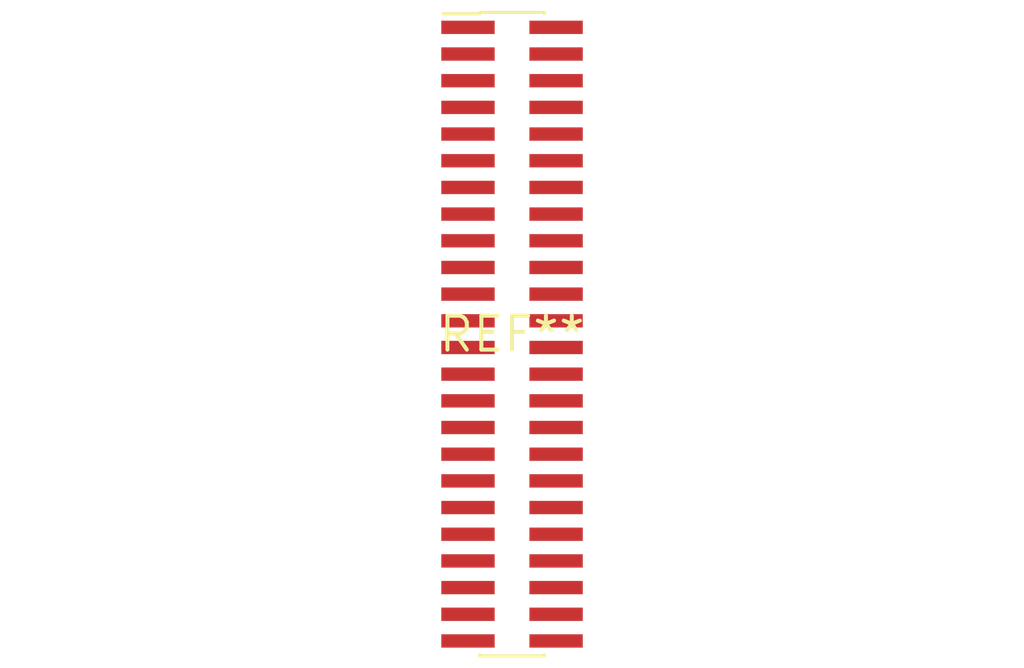
<source format=kicad_pcb>
(kicad_pcb (version 20240108) (generator pcbnew)
  (layers (0 "F.Cu" signal) (31 "B.Cu" signal) (34 "B.Paste" user) (35 "F.Paste" user) (36 "B.SilkS" user "B.Silkscreen") (37 "F.SilkS" user "F.Silkscreen") (38 "B.Mask" user) (39 "F.Mask" user) (44 "Edge.Cuts" user))
  (net 0 "")
  (footprint "PinHeader_2x24_P1.00mm_Vertical_SMD" (layer "F.Cu") (at 0 0)
    (property "Reference" "REF**")
    (property "Value" "PinHeader_2x24_P1.00mm_Vertical_SMD")
    (fp_line (start -2.59 -12.01) (end -1.21 -12.01) (layer "F.SilkS") (stroke (width 0.12)))
    (fp_line (start -1.21 -12.06) (end -1.21 -12.01) (layer "F.SilkS") (stroke (width 0.12)))
    (fp_line (start -1.21 -12.06) (end 1.21 -12.06) (layer "F.SilkS") (stroke (width 0.12)))
    (fp_line (start -1.21 12.01) (end -1.21 12.06) (layer "F.SilkS") (stroke (width 0.12)))
    (fp_line (start -1.21 12.06) (end 1.21 12.06) (layer "F.SilkS") (stroke (width 0.12)))
    (fp_line (start 1.21 -12.06) (end 1.21 -12.01) (layer "F.SilkS") (stroke (width 0.12)))
    (fp_line (start 1.21 12.01) (end 1.21 12.06) (layer "F.SilkS") (stroke (width 0.12)))
    (pad "1" smd rect (at -1.65 -11.5) (size 2 0.5) (layers "F.Cu" "F.Paste" "F.Mask"))
    (pad "2" smd rect (at 1.65 -11.5) (size 2 0.5) (layers "F.Cu" "F.Paste" "F.Mask"))
    (pad "3" smd rect (at -1.65 -10.5) (size 2 0.5) (layers "F.Cu" "F.Paste" "F.Mask"))
    (pad "4" smd rect (at 1.65 -10.5) (size 2 0.5) (layers "F.Cu" "F.Paste" "F.Mask"))
    (pad "5" smd rect (at -1.65 -9.5) (size 2 0.5) (layers "F.Cu" "F.Paste" "F.Mask"))
    (pad "6" smd rect (at 1.65 -9.5) (size 2 0.5) (layers "F.Cu" "F.Paste" "F.Mask"))
    (pad "7" smd rect (at -1.65 -8.5) (size 2 0.5) (layers "F.Cu" "F.Paste" "F.Mask"))
    (pad "8" smd rect (at 1.65 -8.5) (size 2 0.5) (layers "F.Cu" "F.Paste" "F.Mask"))
    (pad "9" smd rect (at -1.65 -7.5) (size 2 0.5) (layers "F.Cu" "F.Paste" "F.Mask"))
    (pad "10" smd rect (at 1.65 -7.5) (size 2 0.5) (layers "F.Cu" "F.Paste" "F.Mask"))
    (pad "11" smd rect (at -1.65 -6.5) (size 2 0.5) (layers "F.Cu" "F.Paste" "F.Mask"))
    (pad "12" smd rect (at 1.65 -6.5) (size 2 0.5) (layers "F.Cu" "F.Paste" "F.Mask"))
    (pad "13" smd rect (at -1.65 -5.5) (size 2 0.5) (layers "F.Cu" "F.Paste" "F.Mask"))
    (pad "14" smd rect (at 1.65 -5.5) (size 2 0.5) (layers "F.Cu" "F.Paste" "F.Mask"))
    (pad "15" smd rect (at -1.65 -4.5) (size 2 0.5) (layers "F.Cu" "F.Paste" "F.Mask"))
    (pad "16" smd rect (at 1.65 -4.5) (size 2 0.5) (layers "F.Cu" "F.Paste" "F.Mask"))
    (pad "17" smd rect (at -1.65 -3.5) (size 2 0.5) (layers "F.Cu" "F.Paste" "F.Mask"))
    (pad "18" smd rect (at 1.65 -3.5) (size 2 0.5) (layers "F.Cu" "F.Paste" "F.Mask"))
    (pad "19" smd rect (at -1.65 -2.5) (size 2 0.5) (layers "F.Cu" "F.Paste" "F.Mask"))
    (pad "20" smd rect (at 1.65 -2.5) (size 2 0.5) (layers "F.Cu" "F.Paste" "F.Mask"))
    (pad "21" smd rect (at -1.65 -1.5) (size 2 0.5) (layers "F.Cu" "F.Paste" "F.Mask"))
    (pad "22" smd rect (at 1.65 -1.5) (size 2 0.5) (layers "F.Cu" "F.Paste" "F.Mask"))
    (pad "23" smd rect (at -1.65 -0.5) (size 2 0.5) (layers "F.Cu" "F.Paste" "F.Mask"))
    (pad "24" smd rect (at 1.65 -0.5) (size 2 0.5) (layers "F.Cu" "F.Paste" "F.Mask"))
    (pad "25" smd rect (at -1.65 0.5) (size 2 0.5) (layers "F.Cu" "F.Paste" "F.Mask"))
    (pad "26" smd rect (at 1.65 0.5) (size 2 0.5) (layers "F.Cu" "F.Paste" "F.Mask"))
    (pad "27" smd rect (at -1.65 1.5) (size 2 0.5) (layers "F.Cu" "F.Paste" "F.Mask"))
    (pad "28" smd rect (at 1.65 1.5) (size 2 0.5) (layers "F.Cu" "F.Paste" "F.Mask"))
    (pad "29" smd rect (at -1.65 2.5) (size 2 0.5) (layers "F.Cu" "F.Paste" "F.Mask"))
    (pad "30" smd rect (at 1.65 2.5) (size 2 0.5) (layers "F.Cu" "F.Paste" "F.Mask"))
    (pad "31" smd rect (at -1.65 3.5) (size 2 0.5) (layers "F.Cu" "F.Paste" "F.Mask"))
    (pad "32" smd rect (at 1.65 3.5) (size 2 0.5) (layers "F.Cu" "F.Paste" "F.Mask"))
    (pad "33" smd rect (at -1.65 4.5) (size 2 0.5) (layers "F.Cu" "F.Paste" "F.Mask"))
    (pad "34" smd rect (at 1.65 4.5) (size 2 0.5) (layers "F.Cu" "F.Paste" "F.Mask"))
    (pad "35" smd rect (at -1.65 5.5) (size 2 0.5) (layers "F.Cu" "F.Paste" "F.Mask"))
    (pad "36" smd rect (at 1.65 5.5) (size 2 0.5) (layers "F.Cu" "F.Paste" "F.Mask"))
    (pad "37" smd rect (at -1.65 6.5) (size 2 0.5) (layers "F.Cu" "F.Paste" "F.Mask"))
    (pad "38" smd rect (at 1.65 6.5) (size 2 0.5) (layers "F.Cu" "F.Paste" "F.Mask"))
    (pad "39" smd rect (at -1.65 7.5) (size 2 0.5) (layers "F.Cu" "F.Paste" "F.Mask"))
    (pad "40" smd rect (at 1.65 7.5) (size 2 0.5) (layers "F.Cu" "F.Paste" "F.Mask"))
    (pad "41" smd rect (at -1.65 8.5) (size 2 0.5) (layers "F.Cu" "F.Paste" "F.Mask"))
    (pad "42" smd rect (at 1.65 8.5) (size 2 0.5) (layers "F.Cu" "F.Paste" "F.Mask"))
    (pad "43" smd rect (at -1.65 9.5) (size 2 0.5) (layers "F.Cu" "F.Paste" "F.Mask"))
    (pad "44" smd rect (at 1.65 9.5) (size 2 0.5) (layers "F.Cu" "F.Paste" "F.Mask"))
    (pad "45" smd rect (at -1.65 10.5) (size 2 0.5) (layers "F.Cu" "F.Paste" "F.Mask"))
    (pad "46" smd rect (at 1.65 10.5) (size 2 0.5) (layers "F.Cu" "F.Paste" "F.Mask"))
    (pad "47" smd rect (at -1.65 11.5) (size 2 0.5) (layers "F.Cu" "F.Paste" "F.Mask"))
    (pad "48" smd rect (at 1.65 11.5) (size 2 0.5) (layers "F.Cu" "F.Paste" "F.Mask"))
  )
)
</source>
